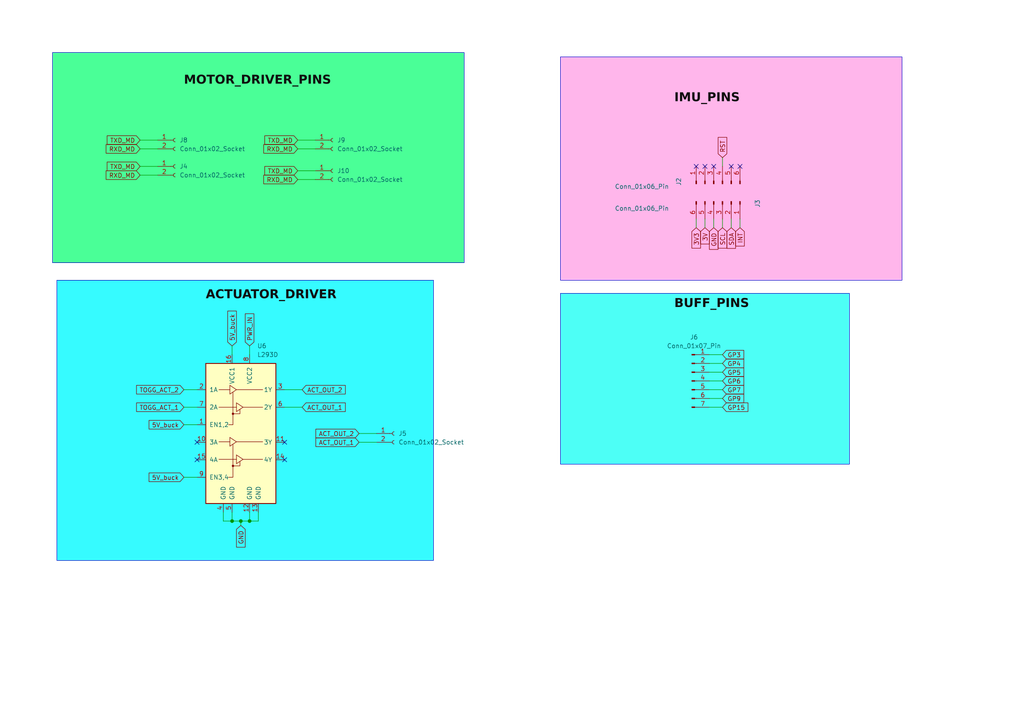
<source format=kicad_sch>
(kicad_sch (version 20231120) (generator "eeschema") (generator_version "8.0")
  (paper "A4")
  (lib_symbols
    (symbol "Connector:Conn_01x02_Socket" (pin_names (offset 1.016) hide)
      (property "Reference" "J" (at 0 2.54 0))
      (property "Value" "Conn_01x02_Socket" (at 0 -5.08 0))
      (symbol "Conn_01x02_Socket_1_1"
        (arc (start 0 -2.032) (mid -0.5058 -2.54) (end 0 -3.048) (stroke (width 0.1524)))
        (polyline (pts (xy -1.27 -2.54) (xy -0.508 -2.54)) (stroke (width 0.1524)))
        (polyline (pts (xy -1.27 0) (xy -0.508 0)) (stroke (width 0.1524)))
        (arc (start 0 0.508) (mid -0.5058 0) (end 0 -0.508) (stroke (width 0.1524)))
        (pin passive line (at -5.08 0 0) (length 3.81) (name "Pin_1") (number "1"))
        (pin passive line (at -5.08 -2.54 0) (length 3.81) (name "Pin_2") (number "2"))
      )
    )
    (symbol "Connector:Conn_01x06_Pin" (pin_names (offset 1.016) hide)
      (property "Reference" "J" (at 0 7.62 0))
      (property "Value" "Conn_01x06_Pin" (at 0 -10.16 0))
      (symbol "Conn_01x06_Pin_1_1"
        (polyline (pts (xy 1.27 -7.62) (xy 0.8636 -7.62)) (stroke (width 0.1524)))
        (polyline (pts (xy 1.27 -5.08) (xy 0.8636 -5.08)) (stroke (width 0.1524)))
        (polyline (pts (xy 1.27 -2.54) (xy 0.8636 -2.54)) (stroke (width 0.1524)))
        (polyline (pts (xy 1.27 0) (xy 0.8636 0)) (stroke (width 0.1524)))
        (polyline (pts (xy 1.27 2.54) (xy 0.8636 2.54)) (stroke (width 0.1524)))
        (polyline (pts (xy 1.27 5.08) (xy 0.8636 5.08)) (stroke (width 0.1524)))
        (rectangle (start 0.8636 -7.493) (end 0 -7.747) (stroke (width 0.1524)) (fill (type outline)))
        (rectangle (start 0.8636 -4.953) (end 0 -5.207) (stroke (width 0.1524)) (fill (type outline)))
        (rectangle (start 0.8636 -2.413) (end 0 -2.667) (stroke (width 0.1524)) (fill (type outline)))
        (rectangle (start 0.8636 0.127) (end 0 -0.127) (stroke (width 0.1524)) (fill (type outline)))
        (rectangle (start 0.8636 2.667) (end 0 2.413) (stroke (width 0.1524)) (fill (type outline)))
        (rectangle (start 0.8636 5.207) (end 0 4.953) (stroke (width 0.1524)) (fill (type outline)))
        (pin passive line (at 5.08 5.08 180) (length 3.81) (name "Pin_1") (number "1"))
        (pin passive line (at 5.08 2.54 180) (length 3.81) (name "Pin_2") (number "2"))
        (pin passive line (at 5.08 0 180) (length 3.81) (name "Pin_3") (number "3"))
        (pin passive line (at 5.08 -2.54 180) (length 3.81) (name "Pin_4") (number "4"))
        (pin passive line (at 5.08 -5.08 180) (length 3.81) (name "Pin_5") (number "5"))
        (pin passive line (at 5.08 -7.62 180) (length 3.81) (name "Pin_6") (number "6"))
      )
    )
    (symbol "Connector:Conn_01x07_Pin" (pin_names (offset 1.016) hide)
      (property "Reference" "J" (at 0 10.16 0))
      (property "Value" "Conn_01x07_Pin" (at 0 -10.16 0))
      (symbol "Conn_01x07_Pin_1_1"
        (polyline (pts (xy 1.27 -7.62) (xy 0.8636 -7.62)) (stroke (width 0.1524)))
        (polyline (pts (xy 1.27 -5.08) (xy 0.8636 -5.08)) (stroke (width 0.1524)))
        (polyline (pts (xy 1.27 -2.54) (xy 0.8636 -2.54)) (stroke (width 0.1524)))
        (polyline (pts (xy 1.27 0) (xy 0.8636 0)) (stroke (width 0.1524)))
        (polyline (pts (xy 1.27 2.54) (xy 0.8636 2.54)) (stroke (width 0.1524)))
        (polyline (pts (xy 1.27 5.08) (xy 0.8636 5.08)) (stroke (width 0.1524)))
        (polyline (pts (xy 1.27 7.62) (xy 0.8636 7.62)) (stroke (width 0.1524)))
        (rectangle (start 0.8636 -7.493) (end 0 -7.747) (stroke (width 0.1524)) (fill (type outline)))
        (rectangle (start 0.8636 -4.953) (end 0 -5.207) (stroke (width 0.1524)) (fill (type outline)))
        (rectangle (start 0.8636 -2.413) (end 0 -2.667) (stroke (width 0.1524)) (fill (type outline)))
        (rectangle (start 0.8636 0.127) (end 0 -0.127) (stroke (width 0.1524)) (fill (type outline)))
        (rectangle (start 0.8636 2.667) (end 0 2.413) (stroke (width 0.1524)) (fill (type outline)))
        (rectangle (start 0.8636 5.207) (end 0 4.953) (stroke (width 0.1524)) (fill (type outline)))
        (rectangle (start 0.8636 7.747) (end 0 7.493) (stroke (width 0.1524)) (fill (type outline)))
        (pin passive line (at 5.08 7.62 180) (length 3.81) (name "Pin_1") (number "1"))
        (pin passive line (at 5.08 5.08 180) (length 3.81) (name "Pin_2") (number "2"))
        (pin passive line (at 5.08 2.54 180) (length 3.81) (name "Pin_3") (number "3"))
        (pin passive line (at 5.08 0 180) (length 3.81) (name "Pin_4") (number "4"))
        (pin passive line (at 5.08 -2.54 180) (length 3.81) (name "Pin_5") (number "5"))
        (pin passive line (at 5.08 -5.08 180) (length 3.81) (name "Pin_6") (number "6"))
        (pin passive line (at 5.08 -7.62 180) (length 3.81) (name "Pin_7") (number "7"))
      )
    )
    (symbol "Driver_Motor:L293D" (pin_names (offset 1.016))
      (property "Reference" "U" (at -5.08 26.035 0))
      (property "Value" "L293D" (at -5.08 24.13 0))
      (symbol "L293D_0_1"
        (rectangle (start -10.16 22.86) (end 10.16 -17.78) (stroke (width 0.254)) (fill (type background)))
        (circle (center -2.286 -6.858) (radius 0.254) (fill (type outline)))
        (circle (center -2.286 8.255) (radius 0.254) (fill (type outline)))
        (polyline (pts (xy -6.35 -4.953) (xy -1.27 -4.953)))
        (polyline (pts (xy -6.35 0.127) (xy -3.175 0.127)))
        (polyline (pts (xy -6.35 10.16) (xy -1.27 10.16)))
        (polyline (pts (xy -6.35 15.24) (xy -3.175 15.24)))
        (polyline (pts (xy -1.27 0.127) (xy 6.35 0.127)))
        (polyline (pts (xy -1.27 15.24) (xy 6.35 15.24)))
        (polyline (pts (xy 0.635 -4.953) (xy 6.35 -4.953)))
        (polyline (pts (xy 0.635 10.16) (xy 6.35 10.16)))
        (polyline (pts (xy -2.286 -6.858) (xy -0.254 -6.858) (xy -0.254 -5.588)))
        (polyline (pts (xy -2.286 -0.635) (xy -2.286 -10.16) (xy -3.556 -10.16)))
        (polyline (pts (xy -2.286 8.255) (xy -0.254 8.255) (xy -0.254 9.525)))
        (polyline (pts (xy -2.286 14.478) (xy -2.286 5.08) (xy -3.556 5.08)))
        (polyline (pts (xy -3.175 1.397) (xy -3.175 -1.143) (xy -1.27 0.127) (xy -3.175 1.397)))
        (polyline (pts (xy -3.175 16.51) (xy -3.175 13.97) (xy -1.27 15.24) (xy -3.175 16.51)))
        (polyline (pts (xy -1.27 -3.683) (xy -1.27 -6.223) (xy 0.635 -4.953) (xy -1.27 -3.683)))
        (polyline (pts (xy -1.27 11.43) (xy -1.27 8.89) (xy 0.635 10.16) (xy -1.27 11.43)))
      )
      (symbol "L293D_1_1"
        (pin input line (at -12.7 5.08 0) (length 2.54) (name "EN1,2") (number "1"))
        (pin input line (at -12.7 0 0) (length 2.54) (name "3A") (number "10"))
        (pin output line (at 12.7 0 180) (length 2.54) (name "3Y") (number "11"))
        (pin power_in line (at 2.54 -20.32 90) (length 2.54) (name "GND") (number "12"))
        (pin power_in line (at 5.08 -20.32 90) (length 2.54) (name "GND") (number "13"))
        (pin output line (at 12.7 -5.08 180) (length 2.54) (name "4Y") (number "14"))
        (pin input line (at -12.7 -5.08 0) (length 2.54) (name "4A") (number "15"))
        (pin power_in line (at -2.54 25.4 270) (length 2.54) (name "VCC1") (number "16"))
        (pin input line (at -12.7 15.24 0) (length 2.54) (name "1A") (number "2"))
        (pin output line (at 12.7 15.24 180) (length 2.54) (name "1Y") (number "3"))
        (pin power_in line (at -5.08 -20.32 90) (length 2.54) (name "GND") (number "4"))
        (pin power_in line (at -2.54 -20.32 90) (length 2.54) (name "GND") (number "5"))
        (pin output line (at 12.7 10.16 180) (length 2.54) (name "2Y") (number "6"))
        (pin input line (at -12.7 10.16 0) (length 2.54) (name "2A") (number "7"))
        (pin power_in line (at 2.54 25.4 270) (length 2.54) (name "VCC2") (number "8"))
        (pin input line (at -12.7 -10.16 0) (length 2.54) (name "EN3,4") (number "9"))
      )
    )
  )
  (junction (at 67.31 151.13))
  (junction (at 69.85 151.13))
  (junction (at 72.39 151.13))
  (no_connect (at 82.55 128.27))
  (no_connect (at 214.63 48.26))
  (no_connect (at 82.55 133.35))
  (no_connect (at 57.15 128.27))
  (no_connect (at 207.01 48.26))
  (no_connect (at 204.47 48.26))
  (no_connect (at 57.15 133.35))
  (no_connect (at 212.09 48.26))
  (no_connect (at 201.93 48.26))
  (wire (pts (xy 205.74 113.03) (xy 209.55 113.03)))
  (wire (pts (xy 209.55 63.5) (xy 209.55 66.04)))
  (wire (pts (xy 67.31 151.13) (xy 69.85 151.13)))
  (wire (pts (xy 201.93 63.5) (xy 201.93 66.04)))
  (wire (pts (xy 67.31 100.33) (xy 67.31 102.87)))
  (wire (pts (xy 40.64 48.26) (xy 45.72 48.26)))
  (wire (pts (xy 74.93 148.59) (xy 74.93 151.13)))
  (wire (pts (xy 104.14 125.73) (xy 109.22 125.73)))
  (wire (pts (xy 86.36 40.64) (xy 91.44 40.64)))
  (wire (pts (xy 86.36 49.53) (xy 91.44 49.53)))
  (wire (pts (xy 53.34 138.43) (xy 57.15 138.43)))
  (wire (pts (xy 82.55 118.11) (xy 87.63 118.11)))
  (wire (pts (xy 72.39 148.59) (xy 72.39 151.13)))
  (wire (pts (xy 74.93 151.13) (xy 72.39 151.13)))
  (wire (pts (xy 205.74 107.95) (xy 209.55 107.95)))
  (wire (pts (xy 205.74 118.11) (xy 209.55 118.11)))
  (wire (pts (xy 64.77 151.13) (xy 67.31 151.13)))
  (wire (pts (xy 205.74 105.41) (xy 209.55 105.41)))
  (wire (pts (xy 40.64 40.64) (xy 45.72 40.64)))
  (wire (pts (xy 82.55 113.03) (xy 87.63 113.03)))
  (wire (pts (xy 53.34 123.19) (xy 57.15 123.19)))
  (wire (pts (xy 72.39 151.13) (xy 69.85 151.13)))
  (wire (pts (xy 53.34 118.11) (xy 57.15 118.11)))
  (wire (pts (xy 214.63 63.5) (xy 214.63 66.04)))
  (wire (pts (xy 205.74 110.49) (xy 209.55 110.49)))
  (wire (pts (xy 205.74 115.57) (xy 209.55 115.57)))
  (wire (pts (xy 40.64 50.8) (xy 45.72 50.8)))
  (wire (pts (xy 72.39 100.33) (xy 72.39 102.87)))
  (wire (pts (xy 64.77 148.59) (xy 64.77 151.13)))
  (wire (pts (xy 69.85 151.13) (xy 69.85 152.4)))
  (wire (pts (xy 212.09 63.5) (xy 212.09 66.04)))
  (wire (pts (xy 209.55 45.72) (xy 209.55 48.26)))
  (wire (pts (xy 67.31 148.59) (xy 67.31 151.13)))
  (wire (pts (xy 40.64 43.18) (xy 45.72 43.18)))
  (wire (pts (xy 104.14 128.27) (xy 109.22 128.27)))
  (wire (pts (xy 204.47 63.5) (xy 204.47 66.04)))
  (wire (pts (xy 205.74 102.87) (xy 209.55 102.87)))
  (wire (pts (xy 207.01 63.5) (xy 207.01 66.04)))
  (wire (pts (xy 53.34 113.03) (xy 57.15 113.03)))
  (wire (pts (xy 86.36 52.07) (xy 91.44 52.07)))
  (wire (pts (xy 86.36 43.18) (xy 91.44 43.18)))
  (rectangle (start 162.56 85.09) (end 246.38 134.62) (fill (type color) (color 77 255 246 1)))
  (rectangle (start 16.51 81.28) (end 125.73 162.56) (fill (type color) (color 54 251 255 1)))
  (rectangle (start 162.56 16.51) (end 261.62 81.28) (fill (type color) (color 255 182 235 1)))
  (rectangle (start 15.24 15.24) (end 134.62 76.2) (fill (type color) (color 74 255 151 1)))
  (label "BUFF_PINS" (at 195.58 90.17 0) (effects (font (size 2.54 2.54))))
  (label "IMU_PINS" (at 195.58 30.48 0) (effects (font (size 2.54 2.54))))
  (label "MOTOR_DRIVER_PINS" (at 53.34 25.4 0) (effects (font (size 2.54 2.54))))
  (label "ACTUATOR_DRIVER" (at 59.69 87.63 0) (effects (font (size 2.54 2.54))))
  (global_label "ACT_OUT_1" (shape input) (at 104.14 128.27 180) (property "Intersheetrefs" "${INTERSHEET_REFS}" (effects (hide yes))))
  (global_label "TXD_MD" (shape input) (at 40.64 48.26 180) (property "Intersheetrefs" "${INTERSHEET_REFS}" (effects (hide yes))))
  (global_label "GP4" (shape input) (at 209.55 105.41 0) (property "Intersheetrefs" "${INTERSHEET_REFS}" (effects (hide yes))))
  (global_label "3V3" (shape input) (at 201.93 66.04 270) (property "Intersheetrefs" "${INTERSHEET_REFS}" (effects (hide yes))))
  (global_label "GND" (shape input) (at 69.85 152.4 270) (property "Intersheetrefs" "${INTERSHEET_REFS}" (effects (hide yes))))
  (global_label "SCL" (shape input) (at 209.55 66.04 270) (property "Intersheetrefs" "${INTERSHEET_REFS}" (effects (hide yes))))
  (global_label "TOGG_ACT_2" (shape input) (at 53.34 113.03 180) (property "Intersheetrefs" "${INTERSHEET_REFS}" (effects (hide yes))))
  (global_label "ACT_OUT_1" (shape input) (at 87.63 118.11 0) (property "Intersheetrefs" "${INTERSHEET_REFS}" (effects (hide yes))))
  (global_label "TXD_MD" (shape input) (at 86.36 40.64 180) (property "Intersheetrefs" "${INTERSHEET_REFS}" (effects (hide yes))))
  (global_label "RXD_MD" (shape input) (at 86.36 52.07 180) (property "Intersheetrefs" "${INTERSHEET_REFS}" (effects (hide yes))))
  (global_label "3V" (shape input) (at 204.47 66.04 270) (property "Intersheetrefs" "${INTERSHEET_REFS}" (effects (hide yes))))
  (global_label "5V_buck" (shape input) (at 53.34 123.19 180) (property "Intersheetrefs" "${INTERSHEET_REFS}" (effects (hide yes))))
  (global_label "GP9" (shape input) (at 209.55 115.57 0) (property "Intersheetrefs" "${INTERSHEET_REFS}" (effects (hide yes))))
  (global_label "RXD_MD" (shape input) (at 86.36 43.18 180) (property "Intersheetrefs" "${INTERSHEET_REFS}" (effects (hide yes))))
  (global_label "5V_buck" (shape input) (at 53.34 138.43 180) (property "Intersheetrefs" "${INTERSHEET_REFS}" (effects (hide yes))))
  (global_label "5V_buck" (shape input) (at 67.31 100.33 90) (property "Intersheetrefs" "${INTERSHEET_REFS}" (effects (hide yes))))
  (global_label "GP6" (shape input) (at 209.55 110.49 0) (property "Intersheetrefs" "${INTERSHEET_REFS}" (effects (hide yes))))
  (global_label "RST" (shape input) (at 209.55 45.72 90) (property "Intersheetrefs" "${INTERSHEET_REFS}" (effects (hide yes))))
  (global_label "RXD_MD" (shape input) (at 40.64 43.18 180) (property "Intersheetrefs" "${INTERSHEET_REFS}" (effects (hide yes))))
  (global_label "ACT_OUT_2" (shape input) (at 104.14 125.73 180) (property "Intersheetrefs" "${INTERSHEET_REFS}" (effects (hide yes))))
  (global_label "SDA" (shape input) (at 212.09 66.04 270) (property "Intersheetrefs" "${INTERSHEET_REFS}" (effects (hide yes))))
  (global_label "TXD_MD" (shape input) (at 86.36 49.53 180) (property "Intersheetrefs" "${INTERSHEET_REFS}" (effects (hide yes))))
  (global_label "GP3" (shape input) (at 209.55 102.87 0) (property "Intersheetrefs" "${INTERSHEET_REFS}" (effects (hide yes))))
  (global_label "TOGG_ACT_1" (shape input) (at 53.34 118.11 180) (property "Intersheetrefs" "${INTERSHEET_REFS}" (effects (hide yes))))
  (global_label "ACT_OUT_2" (shape input) (at 87.63 113.03 0) (property "Intersheetrefs" "${INTERSHEET_REFS}" (effects (hide yes))))
  (global_label "GP15" (shape input) (at 209.55 118.11 0) (property "Intersheetrefs" "${INTERSHEET_REFS}" (effects (hide yes))))
  (global_label "RXD_MD" (shape input) (at 40.64 50.8 180) (property "Intersheetrefs" "${INTERSHEET_REFS}" (effects (hide yes))))
  (global_label "GP7" (shape input) (at 209.55 113.03 0) (property "Intersheetrefs" "${INTERSHEET_REFS}" (effects (hide yes))))
  (global_label "TXD_MD" (shape input) (at 40.64 40.64 180) (property "Intersheetrefs" "${INTERSHEET_REFS}" (effects (hide yes))))
  (global_label "PWR_IN" (shape input) (at 72.39 100.33 90) (property "Intersheetrefs" "${INTERSHEET_REFS}" (effects (hide yes))))
  (global_label "INT" (shape input) (at 214.63 66.04 270) (property "Intersheetrefs" "${INTERSHEET_REFS}" (effects (hide yes))))
  (global_label "GP5" (shape input) (at 209.55 107.95 0) (property "Intersheetrefs" "${INTERSHEET_REFS}" (effects (hide yes))))
  (global_label "GND" (shape input) (at 207.01 66.04 270) (property "Intersheetrefs" "${INTERSHEET_REFS}" (effects (hide yes))))
  (symbol (lib_id "Connector:Conn_01x02_Socket") (at 114.3 125.73 0) (unit 1)
    (property "Reference" "J5" (at 115.57 125.7299 0) (effects (justify left)))
    (property "Value" "Conn_01x02_Socket" (at 115.57 128.2699 0) (effects (justify left)))
    (property "Footprint" "Connector_PinHeader_2.54mm:PinHeader_1x02_P2.54mm_Vertical" (effects (hide yes)))
    (property "Description" "Generic connector, single row, 01x02, script generated" (effects (hide yes)))
  )
  (symbol (lib_id "Connector:Conn_01x02_Socket") (at 50.8 40.64 0) (unit 1)
    (property "Reference" "J8" (at 52.07 40.6399 0) (effects (justify left)))
    (property "Value" "Conn_01x02_Socket" (at 52.07 43.1799 0) (effects (justify left)))
    (property "Footprint" "Connector_Phoenix_MSTB:PhoenixContact_MSTBA_2,5_2-G_1x02_P5.00mm_Horizontal" (effects (hide yes)))
    (property "Description" "Generic connector, single row, 01x02, script generated" (effects (hide yes)))
  )
  (symbol (lib_id "Connector:Conn_01x07_Pin") (at 200.66 110.49 0) (unit 1)
    (property "Reference" "J6" (at 201.295 97.79 0))
    (property "Value" "Conn_01x07_Pin" (at 201.295 100.33 0))
    (property "Footprint" "Connector_PinHeader_2.54mm:PinHeader_1x07_P2.54mm_Vertical" (effects (hide yes)))
    (property "Description" "Generic connector, single row, 01x07, script generated" (effects (hide yes)))
  )
  (symbol (lib_id "Connector:Conn_01x02_Socket") (at 96.52 49.53 0) (unit 1)
    (property "Reference" "J10" (at 97.79 49.5299 0) (effects (justify left)))
    (property "Value" "Conn_01x02_Socket" (at 97.79 52.0699 0) (effects (justify left)))
    (property "Footprint" "Connector_Phoenix_MSTB:PhoenixContact_MSTBA_2,5_2-G_1x02_P5.00mm_Horizontal" (effects (hide yes)))
    (property "Description" "Generic connector, single row, 01x02, script generated" (effects (hide yes)))
  )
  (symbol (lib_id "Connector:Conn_01x06_Pin") (at 207.01 53.34 90) (unit 1)
    (property "Reference" "J2" (at 196.85 52.705 0))
    (property "Value" "Conn_01x06_Pin" (at 186.182 54.102 90))
    (property "Footprint" "Connector_PinHeader_2.54mm:PinHeader_1x06_P2.54mm_Vertical" (effects (hide yes)))
    (property "Description" "Generic connector, single row, 01x06, script generated" (effects (hide yes)))
  )
  (symbol (lib_id "Connector:Conn_01x06_Pin") (at 209.55 58.42 270) (unit 1)
    (property "Reference" "J3" (at 219.71 59.055 0))
    (property "Value" "Conn_01x06_Pin" (at 186.182 60.452 90))
    (property "Footprint" "Connector_PinHeader_2.54mm:PinHeader_1x06_P2.54mm_Vertical" (effects (hide yes)))
    (property "Description" "Generic connector, single row, 01x06, script generated" (effects (hide yes)))
  )
  (symbol (lib_id "Driver_Motor:L293D") (at 69.85 128.27 0) (unit 1)
    (property "Reference" "U6" (at 74.5841 100.33 0) (effects (justify left)))
    (property "Value" "L293D" (at 74.5841 102.87 0) (effects (justify left)))
    (property "Footprint" "Package_DIP:DIP-16_W7.62mm" (effects (hide yes)))
    (property "Datasheet" "http://www.ti.com/lit/ds/symlink/l293.pdf" (effects (hide yes)))
    (property "Description" "Quadruple Half-H Drivers" (effects (hide yes)))
  )
  (symbol (lib_id "Connector:Conn_01x02_Socket") (at 96.52 40.64 0) (unit 1)
    (property "Reference" "J9" (at 97.79 40.6399 0) (effects (justify left)))
    (property "Value" "Conn_01x02_Socket" (at 97.79 43.1799 0) (effects (justify left)))
    (property "Footprint" "Connector_Phoenix_MSTB:PhoenixContact_MSTBA_2,5_2-G_1x02_P5.00mm_Horizontal" (effects (hide yes)))
    (property "Description" "Generic connector, single row, 01x02, script generated" (effects (hide yes)))
  )
  (symbol (lib_id "Connector:Conn_01x02_Socket") (at 50.8 48.26 0) (unit 1)
    (property "Reference" "J4" (at 52.07 48.2599 0) (effects (justify left)))
    (property "Value" "Conn_01x02_Socket" (at 52.07 50.7999 0) (effects (justify left)))
    (property "Footprint" "Connector_Phoenix_MSTB:PhoenixContact_MSTBA_2,5_2-G_1x02_P5.00mm_Horizontal" (effects (hide yes)))
    (property "Description" "Generic connector, single row, 01x02, script generated" (effects (hide yes)))
  )
)
</source>
